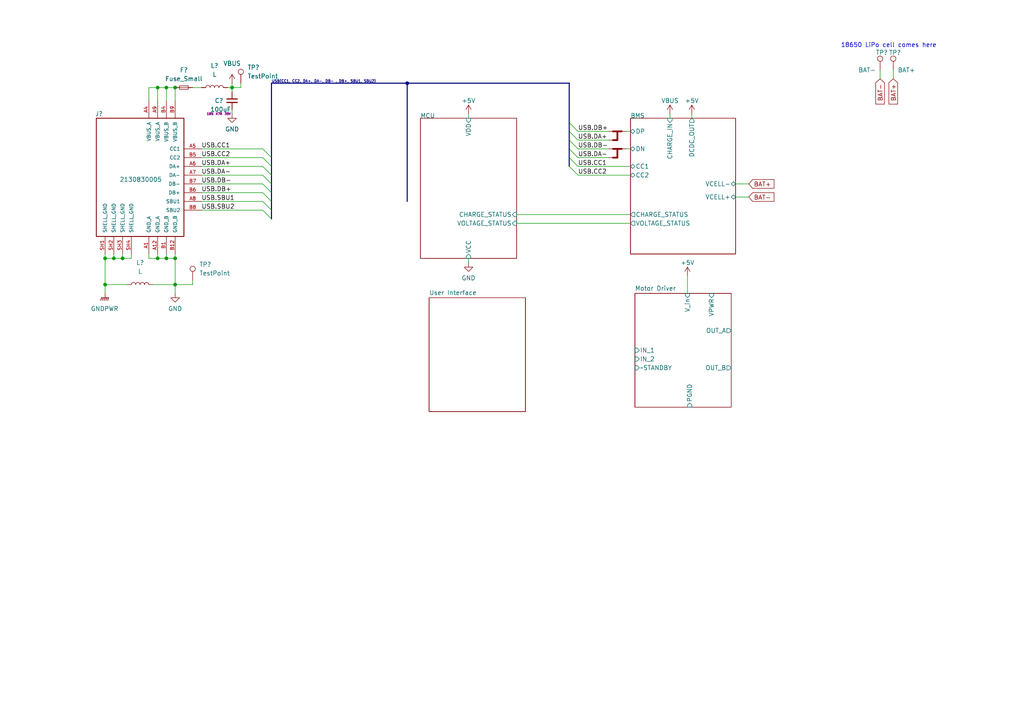
<source format=kicad_sch>
(kicad_sch (version 20211123) (generator eeschema)
  (paper "A4")
  (lib_symbols
    (symbol "818_USB:2130830005" (pin_names (offset 1.016))
      (property "Reference" "J" (at -12.7 17.78 0))
      (property "Value" "2130830005" (at -6.35 -1.27 0))
      (symbol "2130830005_0_0"
        (rectangle (start -12.7 17.78) (end 12.7 -16.51) (stroke (width 0.254)))
        (pin power_in line (at 2.54 -21.59 90) (length 5.08) (name "GND_A") (number "A1"))
        (pin power_in line (at 5.08 -21.59 90) (length 5.08) (name "GND_A") (number "A12"))
        (pin power_in line (at 2.54 22.86 270) (length 5.08) (name "VBUS_A") (number "A4"))
        (pin bidirectional line (at 17.78 8.89 180) (length 5.08) (name "CC1") (number "A5"))
        (pin bidirectional line (at 17.78 3.81 180) (length 5.08) (name "DA+") (number "A6"))
        (pin bidirectional line (at 17.78 1.27 180) (length 5.08) (name "DA-") (number "A7"))
        (pin bidirectional line (at 17.78 -6.35 180) (length 5.08) (name "SBU1") (number "A8"))
        (pin power_in line (at 5.08 22.86 270) (length 5.08) (name "VBUS_A") (number "A9"))
        (pin power_in line (at 7.62 -21.59 90) (length 5.08) (name "GND_B") (number "B1"))
        (pin power_in line (at 10.16 -21.59 90) (length 5.08) (name "GND_B") (number "B12"))
        (pin power_in line (at 7.62 22.86 270) (length 5.08) (name "VBUS_B") (number "B4"))
        (pin bidirectional line (at 17.78 6.35 180) (length 5.08) (name "CC2") (number "B5"))
        (pin bidirectional line (at 17.78 -3.81 180) (length 5.08) (name "DB+") (number "B6"))
        (pin bidirectional line (at 17.78 -1.27 180) (length 5.08) (name "DB-") (number "B7"))
        (pin bidirectional line (at 17.78 -8.89 180) (length 5.08) (name "SBU2") (number "B8"))
        (pin power_in line (at 10.16 22.86 270) (length 5.08) (name "VBUS_B") (number "B9"))
        (pin power_in line (at -10.16 -21.59 90) (length 5.08) (name "SHELL_GND") (number "SH1"))
        (pin power_in line (at -7.62 -21.59 90) (length 5.08) (name "SHELL_GND") (number "SH2"))
        (pin power_in line (at -5.08 -21.59 90) (length 5.08) (name "SHELL_GND") (number "SH3"))
        (pin power_in line (at -2.54 -21.59 90) (length 5.08) (name "SHELL_GND") (number "SH4"))
      )
    )
    (symbol "Connector:TestPoint" (pin_numbers hide) (pin_names (offset 0.762) hide)
      (property "Reference" "TP" (at 0 6.858 0))
      (property "Value" "TestPoint" (at 0 5.08 0))
      (symbol "TestPoint_0_1"
        (circle (center 0 3.302) (radius 0.762))
      )
      (symbol "TestPoint_1_1"
        (pin passive line (at 0 0 90) (length 2.54) (name "1") (number "1"))
      )
    )
    (symbol "Device:C_Small" (pin_numbers hide) (pin_names (offset 0.254) hide)
      (property "Reference" "C" (at 0.254 1.778 0))
      (property "Value" "C_Small" (at 0.254 -2.032 0))
      (symbol "C_Small_0_1"
        (polyline (pts (xy -1.524 -0.508) (xy 1.524 -0.508)) (stroke (width 0.3302)))
        (polyline (pts (xy -1.524 0.508) (xy 1.524 0.508)) (stroke (width 0.3048)))
      )
      (symbol "C_Small_1_1"
        (pin passive line (at 0 2.54 270) (length 2.032) (name "~") (number "1"))
        (pin passive line (at 0 -2.54 90) (length 2.032) (name "~") (number "2"))
      )
    )
    (symbol "Device:Fuse_Small" (pin_numbers hide) (pin_names (offset 0.254) hide)
      (property "Reference" "F" (at 0 -1.524 0))
      (property "Value" "Fuse_Small" (at 0 1.524 0))
      (symbol "Fuse_Small_0_1"
        (rectangle (start -1.27 0.508) (end 1.27 -0.508))
        (polyline (pts (xy -1.27 0) (xy 1.27 0)))
      )
      (symbol "Fuse_Small_1_1"
        (pin passive line (at -2.54 0 0) (length 1.27) (name "~") (number "1"))
        (pin passive line (at 2.54 0 180) (length 1.27) (name "~") (number "2"))
      )
    )
    (symbol "Device:L" (pin_numbers hide) (pin_names (offset 1.016) hide)
      (property "Reference" "L" (at -1.27 0 90))
      (property "Value" "L" (at 1.905 0 90))
      (symbol "L_0_1"
        (arc (start 0 -2.54) (mid 0.635 -1.905) (end 0 -1.27))
        (arc (start 0 -1.27) (mid 0.635 -0.635) (end 0 0))
        (arc (start 0 0) (mid 0.635 0.635) (end 0 1.27))
        (arc (start 0 1.27) (mid 0.635 1.905) (end 0 2.54))
      )
      (symbol "L_1_1"
        (pin passive line (at 0 3.81 270) (length 1.27) (name "1") (number "1"))
        (pin passive line (at 0 -3.81 90) (length 1.27) (name "2") (number "2"))
      )
    )
    (symbol "Device:NetTie_3" (pin_numbers hide) (pin_names (offset 0) hide)
      (property "Reference" "NT" (at 0 1.27 0))
      (property "Value" "NetTie_3" (at 0 -3.81 0))
      (symbol "NetTie_3_0_1"
        (polyline (pts (xy -1.27 0) (xy 1.27 0)) (stroke (width 0.508)))
        (polyline (pts (xy 0 0) (xy 0 -2.54) (xy -1.27 -2.54)) (stroke (width 0.508)))
      )
      (symbol "NetTie_3_1_1"
        (pin passive line (at -2.54 0 0) (length 2.54) (name "1") (number "1"))
        (pin passive line (at 2.54 0 180) (length 2.54) (name "2") (number "2"))
        (pin passive line (at -2.54 -2.54 0) (length 2.54) (name "3") (number "3"))
      )
    )
    (symbol "power:+5V" (power) (pin_names (offset 0))
      (property "Value" "+5V" (at 0 3.556 0))
      (symbol "+5V_0_1"
        (polyline (pts (xy -0.762 1.27) (xy 0 2.54)))
        (polyline (pts (xy 0 0) (xy 0 2.54)))
        (polyline (pts (xy 0 2.54) (xy 0.762 1.27)))
      )
      (symbol "+5V_1_1"
        (pin power_in line (at 0 0 90) (length 0) hide (name "+5V") (number "1"))
      )
    )
    (symbol "power:GND" (power) (pin_names (offset 0))
      (property "Value" "GND" (at 0 -3.81 0))
      (symbol "GND_0_1"
        (polyline (pts (xy 0 0) (xy 0 -1.27) (xy 1.27 -1.27) (xy 0 -2.54) (xy -1.27 -1.27) (xy 0 -1.27)))
      )
      (symbol "GND_1_1"
        (pin power_in line (at 0 0 270) (length 0) hide (name "GND") (number "1"))
      )
    )
    (symbol "power:GNDPWR" (power) (pin_names (offset 0))
      (property "Value" "GNDPWR" (at 0 -3.302 0))
      (symbol "GNDPWR_0_1"
        (polyline (pts (xy 0 -1.27) (xy 0 0)))
        (polyline (pts (xy -1.016 -1.27) (xy -1.27 -2.032) (xy -1.27 -2.032)) (stroke (width 0.2032)))
        (polyline (pts (xy -0.508 -1.27) (xy -0.762 -2.032) (xy -0.762 -2.032)) (stroke (width 0.2032)))
        (polyline (pts (xy 0 -1.27) (xy -0.254 -2.032) (xy -0.254 -2.032)) (stroke (width 0.2032)))
        (polyline (pts (xy 0.508 -1.27) (xy 0.254 -2.032) (xy 0.254 -2.032)) (stroke (width 0.2032)))
        (polyline (pts (xy 1.016 -1.27) (xy -1.016 -1.27) (xy -1.016 -1.27)) (stroke (width 0.2032)))
        (polyline (pts (xy 1.016 -1.27) (xy 0.762 -2.032) (xy 0.762 -2.032) (xy 0.762 -2.032)) (stroke (width 0.2032)))
      )
      (symbol "GNDPWR_1_1"
        (pin power_in line (at 0 0 270) (length 0) hide (name "GNDPWR") (number "1"))
      )
    )
    (symbol "power:VBUS" (power) (pin_names (offset 0))
      (property "Value" "VBUS" (at 0 3.81 0))
      (symbol "VBUS_0_1"
        (polyline (pts (xy -0.762 1.27) (xy 0 2.54)))
        (polyline (pts (xy 0 0) (xy 0 2.54)))
        (polyline (pts (xy 0 2.54) (xy 0.762 1.27)))
      )
      (symbol "VBUS_1_1"
        (pin power_in line (at 0 0 90) (length 0) hide (name "VBUS") (number "1"))
      )
    )
  )
  (bus_alias "USB" (members "CC1"))
  (junction (at 48.26 25.4))
  (junction (at 118.11 24.13))
  (junction (at 50.8 82.55))
  (junction (at 50.8 74.93))
  (junction (at 67.31 25.4))
  (junction (at 45.72 74.93))
  (junction (at 45.72 25.4))
  (junction (at 33.02 74.93))
  (junction (at 48.26 74.93))
  (junction (at 30.48 74.93))
  (junction (at 35.56 74.93))
  (junction (at 50.8 25.4))
  (junction (at 30.48 82.55))
  (bus_entry (at 165.1 35.56) (size 2.54 2.54))
  (bus_entry (at 165.1 43.18) (size 2.54 2.54))
  (bus_entry (at 78.74 48.26) (size -2.54 -2.54))
  (bus_entry (at 78.74 53.34) (size -2.54 -2.54))
  (bus_entry (at 78.74 58.42) (size -2.54 -2.54))
  (bus_entry (at 165.1 45.72) (size 2.54 2.54))
  (bus_entry (at 78.74 45.72) (size -2.54 -2.54))
  (bus_entry (at 165.1 48.26) (size 2.54 2.54))
  (bus_entry (at 165.1 38.1) (size 2.54 2.54))
  (bus_entry (at 78.74 60.96) (size -2.54 -2.54))
  (bus_entry (at 165.1 40.64) (size 2.54 2.54))
  (bus_entry (at 78.74 50.8) (size -2.54 -2.54))
  (bus_entry (at 78.74 55.88) (size -2.54 -2.54))
  (bus_entry (at 78.74 63.5) (size -2.54 -2.54))
  (wire (pts (xy 45.72 25.4) (xy 48.26 25.4)))
  (wire (pts (xy 58.42 48.26) (xy 76.2 48.26)))
  (wire (pts (xy 181.61 38.1) (xy 182.88 38.1)))
  (wire (pts (xy 43.18 29.21) (xy 43.18 25.4)))
  (wire (pts (xy 67.31 31.75) (xy 67.31 33.02)))
  (wire (pts (xy 58.42 55.88) (xy 76.2 55.88)))
  (wire (pts (xy 259.08 20.32) (xy 259.08 22.86)))
  (bus (pts (xy 78.74 53.34) (xy 78.74 55.88)))
  (wire (pts (xy 44.45 82.55) (xy 50.8 82.55)))
  (wire (pts (xy 35.56 74.93) (xy 38.1 74.93)))
  (wire (pts (xy 33.02 73.66) (xy 33.02 74.93)))
  (wire (pts (xy 199.39 80.01) (xy 199.39 85.09)))
  (wire (pts (xy 69.85 24.13) (xy 69.85 25.4)))
  (wire (pts (xy 48.26 25.4) (xy 48.26 29.21)))
  (wire (pts (xy 55.88 25.4) (xy 58.42 25.4)))
  (wire (pts (xy 58.42 53.34) (xy 76.2 53.34)))
  (wire (pts (xy 58.42 58.42) (xy 76.2 58.42)))
  (wire (pts (xy 48.26 74.93) (xy 50.8 74.93)))
  (wire (pts (xy 200.66 33.02) (xy 200.66 34.29)))
  (bus (pts (xy 165.1 45.72) (xy 165.1 48.26)))
  (bus (pts (xy 165.1 35.56) (xy 165.1 38.1)))
  (bus (pts (xy 165.1 38.1) (xy 165.1 40.64)))
  (bus (pts (xy 78.74 58.42) (xy 78.74 60.96)))
  (wire (pts (xy 149.86 64.77) (xy 182.88 64.77)))
  (wire (pts (xy 167.64 48.26) (xy 182.88 48.26)))
  (wire (pts (xy 213.36 53.34) (xy 217.17 53.34)))
  (wire (pts (xy 67.31 25.4) (xy 67.31 26.67)))
  (wire (pts (xy 50.8 74.93) (xy 50.8 73.66)))
  (wire (pts (xy 35.56 73.66) (xy 35.56 74.93)))
  (wire (pts (xy 67.31 24.13) (xy 67.31 25.4)))
  (wire (pts (xy 66.04 25.4) (xy 67.31 25.4)))
  (wire (pts (xy 167.64 38.1) (xy 176.53 38.1)))
  (bus (pts (xy 165.1 43.18) (xy 165.1 45.72)))
  (bus (pts (xy 78.74 55.88) (xy 78.74 58.42)))
  (wire (pts (xy 58.42 50.8) (xy 76.2 50.8)))
  (bus (pts (xy 165.1 24.13) (xy 165.1 35.56)))
  (wire (pts (xy 58.42 45.72) (xy 76.2 45.72)))
  (bus (pts (xy 78.74 45.72) (xy 78.74 48.26)))
  (wire (pts (xy 48.26 25.4) (xy 50.8 25.4)))
  (wire (pts (xy 48.26 73.66) (xy 48.26 74.93)))
  (wire (pts (xy 30.48 74.93) (xy 30.48 82.55)))
  (wire (pts (xy 45.72 74.93) (xy 48.26 74.93)))
  (wire (pts (xy 135.89 74.93) (xy 135.89 76.2)))
  (wire (pts (xy 149.86 62.23) (xy 182.88 62.23)))
  (wire (pts (xy 30.48 82.55) (xy 30.48 85.09)))
  (wire (pts (xy 45.72 25.4) (xy 45.72 29.21)))
  (wire (pts (xy 33.02 74.93) (xy 35.56 74.93)))
  (wire (pts (xy 30.48 73.66) (xy 30.48 74.93)))
  (wire (pts (xy 67.31 25.4) (xy 69.85 25.4)))
  (wire (pts (xy 167.64 40.64) (xy 176.53 40.64)))
  (bus (pts (xy 78.74 48.26) (xy 78.74 50.8)))
  (wire (pts (xy 43.18 74.93) (xy 45.72 74.93)))
  (wire (pts (xy 50.8 74.93) (xy 50.8 82.55)))
  (wire (pts (xy 167.64 45.72) (xy 176.53 45.72)))
  (wire (pts (xy 38.1 74.93) (xy 38.1 73.66)))
  (wire (pts (xy 167.64 50.8) (xy 182.88 50.8)))
  (wire (pts (xy 255.27 20.32) (xy 255.27 22.86)))
  (wire (pts (xy 43.18 25.4) (xy 45.72 25.4)))
  (bus (pts (xy 78.74 24.13) (xy 78.74 45.72)))
  (bus (pts (xy 78.74 50.8) (xy 78.74 53.34)))
  (bus (pts (xy 118.11 24.13) (xy 165.1 24.13)))
  (bus (pts (xy 78.74 24.13) (xy 118.11 24.13)))
  (bus (pts (xy 165.1 40.64) (xy 165.1 43.18)))
  (wire (pts (xy 58.42 43.18) (xy 76.2 43.18)))
  (wire (pts (xy 135.89 33.02) (xy 135.89 34.29)))
  (wire (pts (xy 167.64 43.18) (xy 176.53 43.18)))
  (wire (pts (xy 50.8 25.4) (xy 50.8 29.21)))
  (wire (pts (xy 194.31 33.02) (xy 194.31 34.29)))
  (wire (pts (xy 181.61 43.18) (xy 182.88 43.18)))
  (wire (pts (xy 213.36 57.15) (xy 217.17 57.15)))
  (wire (pts (xy 30.48 74.93) (xy 33.02 74.93)))
  (wire (pts (xy 45.72 73.66) (xy 45.72 74.93)))
  (wire (pts (xy 50.8 82.55) (xy 55.88 82.55)))
  (wire (pts (xy 30.48 82.55) (xy 36.83 82.55)))
  (wire (pts (xy 50.8 82.55) (xy 50.8 85.09)))
  (wire (pts (xy 58.42 60.96) (xy 76.2 60.96)))
  (bus (pts (xy 78.74 60.96) (xy 78.74 63.5)))
  (wire (pts (xy 43.18 73.66) (xy 43.18 74.93)))
  (wire (pts (xy 55.88 81.28) (xy 55.88 82.55)))
  (bus (pts (xy 118.11 24.13) (xy 118.11 58.42)))
  (text "18650 LiPo cell comes here" (at 243.84 13.97 0) (effects (font (size 1.27 1.27)) (justify left bottom)))
  (label "USB.DB+" (at 167.64 38.1 0))
  (label "USB.DB-" (at 58.42 53.34 0))
  (label "USB{CC1, CC2, DA+, DA-, DB- , DB+, SBU1, SBU2}" (at 78.74 24.13 0) (effects (font (size 0.75 0.75))))
  (label "USB.DA+" (at 167.64 40.64 0))
  (label "USB.CC2" (at 167.64 50.8 0))
  (label "USB.SBU2" (at 58.42 60.96 0))
  (label "USB.CC1" (at 58.42 43.18 0))
  (label "USB.CC1" (at 167.64 48.26 0))
  (label "USB.DA-" (at 58.42 50.8 0))
  (label "USB.DB+" (at 58.42 55.88 0))
  (label "USB.CC2" (at 58.42 45.72 0))
  (label "USB.DA-" (at 167.64 45.72 0))
  (label "USB.DA+" (at 58.42 48.26 0))
  (label "USB.SBU1" (at 58.42 58.42 0))
  (label "USB.DB-" (at 167.64 43.18 0))
  (global_label "BAT+" (shape input) (at 259.08 22.86 270) (property "Intersheet References" "${INTERSHEET_REFS}" (effects hide)))
  (global_label "BAT-" (shape input) (at 217.17 57.15 0) (property "Intersheet References" "${INTERSHEET_REFS}" (effects hide)))
  (global_label "BAT-" (shape input) (at 255.27 22.86 270) (property "Intersheet References" "${INTERSHEET_REFS}" (effects hide)))
  (global_label "BAT+" (shape input) (at 217.17 53.34 0) (property "Intersheet References" "${INTERSHEET_REFS}" (effects hide)))
  (symbol (lib_id "Device:NetTie_3") (at 179.07 43.18 0) (unit 1)
    (property "Reference" "NT?" (effects hide))
    (property "Value" "NetTie_3" (effects hide))
  )
  (symbol (lib_id "power:VBUS") (at 194.31 33.02 0) (unit 1)
    (property "Reference" "#PWR?" (effects hide))
    (property "Value" "VBUS" (at 194.31 29.21 0))
  )
  (symbol (lib_id "Connector:TestPoint") (at 259.08 20.32 0) (unit 1)
    (property "Reference" "TP?" (at 257.81 15.24 0) (effects (justify left)))
    (property "Value" "BAT+" (at 260.35 20.32 0) (effects (justify left)))
    (property "Footprint" "TestPoint:TestPoint_Keystone_5019_Minature" (effects hide))
  )
  (symbol (lib_id "power:GNDPWR") (at 30.48 85.09 0) (unit 1)
    (property "Reference" "#PWR0101" (effects hide))
    (property "Value" "GNDPWR" (at 30.353 89.535 0))
  )
  (symbol (lib_id "power:VBUS") (at 67.31 24.13 0) (unit 1)
    (property "Reference" "#PWR0103" (effects hide))
    (property "Value" "VBUS" (at 67.31 18.415 0))
  )
  (symbol (lib_id "818_USB:2130830005") (at 40.64 52.07 0) (unit 1)
    (property "Reference" "J?" (at 29.845 33.02 0) (effects (justify right)))
    (property "Value" "2130830005" (at 46.99 52.07 0) (effects (justify right)))
    (property "Footprint" "818_USB:MOLEX_2130830005" (effects hide))
    (property "PARTREV" "A" (effects hide))
    (property "STANDARD" "Manufacturer recommendations" (effects hide))
    (property "MANUFACTURER" "Molex" (effects hide))
    (property "MAXIMUM_PACKAGE_HEIGHT" "3.36mm" (effects hide))
  )
  (symbol (lib_id "Device:Fuse_Small") (at 53.34 25.4 0) (unit 1)
    (property "Reference" "F?" (at 53.34 20.32 0))
    (property "Value" "Fuse_Small" (at 53.34 22.86 0))
  )
  (symbol (lib_id "power:+5V") (at 135.89 33.02 0) (unit 1)
    (property "Reference" "#PWR?" (effects hide))
    (property "Value" "+5V" (at 135.89 29.21 0))
  )
  (symbol (lib_id "Connector:TestPoint") (at 69.85 24.13 0) (unit 1)
    (property "Reference" "TP?" (at 71.755 19.5579 0) (effects (justify left)))
    (property "Value" "TestPoint" (at 71.755 22.0979 0) (effects (justify left)))
    (property "Footprint" "TestPoint:TestPoint_Keystone_5019_Minature" (effects hide))
  )
  (symbol (lib_id "Connector:TestPoint") (at 255.27 20.32 0) (unit 1)
    (property "Reference" "TP?" (at 254 15.24 0) (effects (justify left)))
    (property "Value" "BAT-" (at 248.92 20.32 0) (effects (justify left)))
    (property "Footprint" "TestPoint:TestPoint_Keystone_5019_Minature" (effects hide))
  )
  (symbol (lib_id "Device:L") (at 40.64 82.55 90) (unit 1)
    (property "Reference" "L?" (at 40.64 76.2 90))
    (property "Value" "L" (at 40.64 78.74 90))
    (property "Footprint" "Inductor_SMD:L_0603_1608Metric_Pad1.05x0.95mm_HandSolder" (effects hide))
  )
  (symbol (lib_id "Connector:TestPoint") (at 55.88 81.28 0) (unit 1)
    (property "Reference" "TP?" (at 57.785 76.7079 0) (effects (justify left)))
    (property "Value" "TestPoint" (at 57.785 79.2479 0) (effects (justify left)))
    (property "Footprint" "TestPoint:TestPoint_Keystone_5019_Minature" (effects hide))
  )
  (symbol (lib_id "power:+5V") (at 199.39 80.01 0) (unit 1)
    (property "Reference" "#PWR?" (effects hide))
    (property "Value" "+5V" (at 199.39 76.2 0))
  )
  (symbol (lib_id "power:GND") (at 135.89 76.2 0) (unit 1)
    (property "Reference" "#PWR?" (effects hide))
    (property "Value" "GND" (at 135.89 80.645 0))
  )
  (symbol (lib_id "power:GND") (at 67.31 33.02 0) (unit 1)
    (property "Reference" "#PWR0104" (effects hide))
    (property "Value" "GND" (at 67.31 37.465 0))
  )
  (symbol (lib_id "power:GND") (at 50.8 85.09 0) (unit 1)
    (property "Reference" "#PWR0102" (effects hide))
    (property "Value" "GND" (at 50.8 89.535 0))
  )
  (symbol (lib_id "Device:L") (at 62.23 25.4 90) (unit 1)
    (property "Reference" "L?" (at 62.23 19.05 90))
    (property "Value" "L" (at 62.23 21.59 90))
    (property "Footprint" "Inductor_SMD:L_0603_1608Metric_Pad1.05x0.95mm_HandSolder" (effects hide))
  )
  (symbol (lib_id "Device:NetTie_3") (at 179.07 38.1 0) (unit 1)
    (property "Reference" "NT?" (effects hide))
    (property "Value" "NetTie_3" (effects hide))
  )
  (symbol (lib_id "power:+5V") (at 200.66 33.02 0) (unit 1)
    (property "Reference" "#PWR?" (effects hide))
    (property "Value" "+5V" (at 200.66 29.21 0))
  )
  (symbol (lib_id "Device:C_Small") (at 67.31 29.21 0) (unit 1)
    (property "Reference" "C?" (at 62.23 29.21 0) (effects (justify left)))
    (property "Value" "100uF" (at 60.96 31.75 0) (effects (justify left)))
    (property "Tolerance" "10%" (at 60.96 33.02 0) (effects (font (size 0.635 0.635))))
    (property "Type" "X7R" (at 63.5 33.02 0) (effects (font (size 0.635 0.635))))
    (property "Voltage Rating" "35V" (at 66.04 33.02 0) (effects (font (size 0.635 0.635))))
  )
  (sheet (at 184.15 85.09) (size 27.94 33.02) (stroke (width 0.1524))
    (property "Sheet name" "Motor Driver" (at 184.15 84.3784 0) (effects (justify left bottom)))
    (property "Sheet file" "motor_driver.kicad_sch" (effects hide))
    (pin "VPWR" input (at 206.375 85.09 90))
    (pin "V_in" input (at 199.39 85.09 90))
    (pin "~STANDBY" input (at 184.15 106.68 180))
    (pin "IN_2" input (at 184.15 104.14 180))
    (pin "IN_1" input (at 184.15 101.6 180))
    (pin "PGND" input (at 200.025 118.11 270))
    (pin "OUT_B" output (at 212.09 106.68 0))
    (pin "OUT_A" output (at 212.09 95.885 0))
  )
  (sheet (at 182.88 34.29) (size 30.48 39.37) (stroke (width 0.1524))
    (property "Sheet name" "BMS" (at 182.88 34.29 0) (effects (justify left bottom)))
    (property "Sheet file" "battery_management.kicad_sch" (effects hide))
    (pin "VCELL-" bidirectional (at 213.36 53.34 0))
    (pin "VCELL+" bidirectional (at 213.36 57.15 0))
    (pin "VOLTAGE_STATUS" output (at 182.88 64.77 180))
    (pin "CHARGE_STATUS" output (at 182.88 62.23 180))
    (pin "DN" bidirectional (at 182.88 43.18 180))
    (pin "CC2" bidirectional (at 182.88 50.8 180))
    (pin "CC1" bidirectional (at 182.88 48.26 180))
    (pin "DP" bidirectional (at 182.88 38.1 180))
    (pin "CHARGE_IN" input (at 194.31 34.29 90))
    (pin "DCDC_OUT" output (at 200.66 34.29 90))
  )
  (sheet (at 121.92 34.29) (size 27.94 40.64) (stroke (width 0.1524))
    (property "Sheet name" "MCU" (at 121.92 34.29 0) (effects (justify left bottom)))
    (property "Sheet file" "mcu.kicad_sch" (effects hide))
    (pin "CHARGE_STATUS" input (at 149.86 62.23 0))
    (pin "VOLTAGE_STATUS" input (at 149.86 64.77 0))
    (pin "VCC" input (at 135.89 74.93 270))
    (pin "VDD" input (at 135.89 34.29 90))
  )
  (sheet (at 124.46 86.36) (size 27.94 33.02) (stroke (width 0.1524))
    (property "Sheet name" "User Interface" (at 124.46 85.6484 0) (effects (justify left bottom)))
    (property "Sheet file" "user_interface.kicad_sch" (effects hide))
  )
)
</source>
